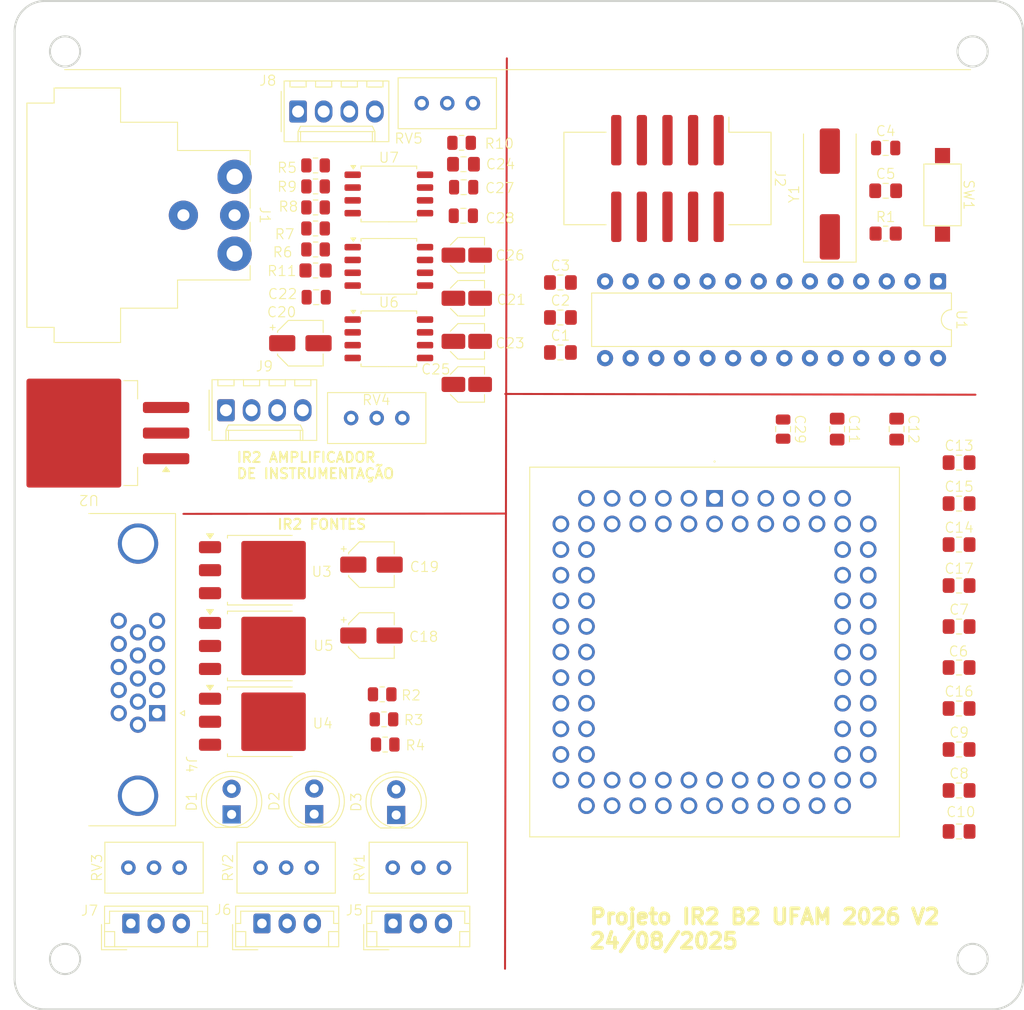
<source format=kicad_pcb>
(kicad_pcb (version 20241229) (generator "pcbnew") (generator_version "9.0")
  (title_block (title "IR2_B2_UFAM") (date "08/08/2025") (rev "V1") (company "UFAM-UFMG"))
  (layers (0 "F.Cu" signal) (2 "B.Cu" signal "B.Cu‏") (13 "F.Paste" user) (15 "B.Paste" user) (5 "F.SilkS" user "F.Silkscreen") (7 "B.SilkS" user "B.Silkscreen") (1 "F.Mask" user) (3 "B.Mask" user) (25 "Edge.Cuts" user))
  (net 0 "")
  (net 1 "Earth")
  (net 2 "/MODO E_RST E_RDR/3,3V")
  (net 3 "Net-(U6-CAP-)")
  (net 4 "Net-(U6-CAP+)")
  (net 5 "Net-(D1-A)")
  (net 6 "Net-(D2-A)")
  (net 7 "Net-(D3-A)")
  (net 8 "/MODO E_RST E_RDR/E_RDR")
  (net 9 "Net-(J3-RST)")
  (net 10 "-8,4V")
  (net 11 "/A0")
  (net 12 "/MODO E_RST E_RDR/E_RST")
  (net 13 "/A2")
  (net 14 "/Módulo Amplificador de Instrumentação/S+")
  (net 15 "/AC0")
  (net 16 "/A1")
  (net 17 "/Fontes/-8,4V")
  (net 18 "/Fontes/V+8,4V_IR2")
  (net 19 "/Fontes/V+8,4V_ATMEGA")
  (net 20 "/Fontes/V+8,4V_RST_RDR")
  (net 21 "/Módulo Amplificador de Instrumentação/VOUT")
  (net 22 "/Módulo Amplificador de Instrumentação/S-")
  (net 23 "Net-(R6-Pad1)")
  (net 24 "Net-(R7-Pad2)")
  (net 25 "Net-(R10-Pad1)")
  (net 26 "Net-(R10-Pad2)")
  (net 27 "/MODO E_RST E_RDR/V_LOAD")
  (net 32 "Net-(U1-XTAL2{slash}PB7)")
  (net 34 "/SCK")
  (net 35 "/Módulo Amplificador de Instrumentação/VIN")
  (net 36 "Net-(U1-XTAL1{slash}PB6)")
  (net 39 "2,5V")
  (net 40 "/MISO")
  (net 41 "Net-(U2-VO)")
  (net 44 "1,4V")
  (net 45 "3,3V")
  (net 46 "/RESET")
  (net 47 "Net-(U7--)")
  (net 48 "+8,4V")
  (net 49 "/RWS")
  (net 125 "/Fontes/+3,3V(IR2)")
  (net 126 "/AC1")
  (net 127 "/AC2")
  (net 128 "Net-(J3-RDR)")
  (net 130 "Net-(U7-+)")
  (net 133 "Net-(U8-2IN+)")
  (net 134 "Net-(U8-1IN+)")
  (net 135 "Net-(U7-Ref)")
  (net 136 "Net-(IC1-2IN+)")
  (net 137 "Net-(IC1-2IN-)")
  (net 138 "Net-(IC1-1IN+)")
  (footprint "Capacitor_SMD:C_0805_2012Metric_Pad1.18x1.45mm_HandSolder" (layer "F.Cu") (at 218.8425 105.662)
    (property "Reference" "C6" (at -0.0625 -1.6 0) (layer "F.SilkS") (effects (font (thickness 0.1))))
    (property "Value" "100nF")
    (pad "1" smd roundrect (at -1.0375 0) (size 1.175 1.45) (layers "F.Cu" "F.Mask" "F.Paste") (roundrect_rratio 0.212766) (net 125 "/Fontes/+3,3V(IR2)"))
    (pad "2" smd roundrect (at 1.0375 0) (size 1.175 1.45) (layers "F.Cu" "F.Mask" "F.Paste") (roundrect_rratio 0.212766) (net 1 "Earth"))
  )
  (footprint "Package_SO:SOIC-8_5.3x5.3mm_P1.27mm" (layer "F.Cu") (at 162.295 58.7)
    (property "Reference" "U7" (at 0 -3.6 0) (layer "F.SilkS") (effects (font (thickness 0.1))))
    (property "Value" "AD620")
    (pad "1" smd roundrect (at -3.5875 -1.905) (size 1.625 0.65) (layers "F.Cu" "F.Mask" "F.Paste") (net 25 "Net-(R10-Pad1)"))
    (pad "2" smd roundrect (at -3.5875 -0.635) (size 1.625 0.65) (layers "F.Cu" "F.Mask" "F.Paste") (net 47 "Net-(U7--)"))
    (pad "3" smd roundrect (at -3.5875 0.635) (size 1.625 0.65) (layers "F.Cu" "F.Mask" "F.Paste") (net 130 "Net-(U7-+)"))
    (pad "4" smd roundrect (at -3.5875 1.905) (size 1.625 0.65) (layers "F.Cu" "F.Mask" "F.Paste") (net 10 "-8,4V"))
    (pad "5" smd roundrect (at 3.5875 1.905) (size 1.625 0.65) (layers "F.Cu" "F.Mask" "F.Paste") (net 135 "Net-(U7-Ref)"))
    (pad "6" smd roundrect (at 3.5875 0.635) (size 1.625 0.65) (layers "F.Cu" "F.Mask" "F.Paste") (net 133 "Net-(U8-2IN+)"))
    (pad "7" smd roundrect (at 3.5875 -0.635) (size 1.625 0.65) (layers "F.Cu" "F.Mask" "F.Paste") (net 48 "+8,4V"))
    (pad "8" smd roundrect (at 3.5875 -1.905) (size 1.625 0.65) (layers "F.Cu" "F.Mask" "F.Paste") (net 26 "Net-(R10-Pad2)"))
  )
  (footprint "Capacitor_SMD:C_0805_2012Metric_Pad1.18x1.45mm_HandSolder" (layer "F.Cu") (at 218.8425 101.598)
    (property "Reference" "C7" (at 0 -1.68 0) (layer "F.SilkS") (effects (font (thickness 0.1))))
    (property "Value" "100nF")
    (pad "1" smd roundrect (at -1.0375 0) (size 1.175 1.45) (layers "F.Cu" "F.Mask" "F.Paste") (roundrect_rratio 0.212766) (net 125 "/Fontes/+3,3V(IR2)"))
    (pad "2" smd roundrect (at 1.0375 0) (size 1.175 1.45) (layers "F.Cu" "F.Mask" "F.Paste") (roundrect_rratio 0.212766) (net 1 "Earth"))
  )
  (footprint "Resistor_SMD:R_0805_2012Metric" (layer "F.Cu") (at 155.0275 57.953333)
    (property "Reference" "R9" (at -2.8275 0.033917 0) (layer "F.SilkS") (effects (font (thickness 0.1))))
    (property "Value" "1K")
    (pad "1" smd roundrect (at -0.9125 0) (size 1.025 1.4) (layers "F.Cu" "F.Mask" "F.Paste") (roundrect_rratio 0.243902) (net 130 "Net-(U7-+)"))
    (pad "2" smd roundrect (at 0.9125 0) (size 1.025 1.4) (layers "F.Cu" "F.Mask" "F.Paste") (roundrect_rratio 0.243902) (net 14 "/Módulo Amplificador de Instrumentação/S+"))
  )
  (footprint "Resistor_SMD:R_0805_2012Metric_Pad1.20x1.40mm_HandSolder" (layer "F.Cu") (at 155.0275 66.286667)
    (property "Reference" "R11" (at -3.3375 0.049583 0) (layer "F.SilkS") (effects (font (thickness 0.1))))
    (property "Value" "1K")
    (pad "1" smd roundrect (at -1 0) (size 1.2 1.4) (layers "F.Cu" "F.Mask" "F.Paste") (roundrect_rratio 0.208333) (net 133 "Net-(U8-2IN+)"))
    (pad "2" smd roundrect (at 1 0) (size 1.2 1.4) (layers "F.Cu" "F.Mask" "F.Paste") (roundrect_rratio 0.208333) (net 134 "Net-(U8-1IN+)"))
  )
  (footprint "Capacitor_SMD:C_0805_2012Metric" (layer "F.Cu") (at 201.39 82.02 -90)
    (property "Reference" "C29" (at 0 -1.68 270) (layer "F.SilkS") (effects (font (thickness 0.1))))
    (property "Value" "100nF")
    (pad "1" smd roundrect (at -0.95 0 270) (size 1 1.45) (layers "F.Cu" "F.Mask" "F.Paste") (net 1 "Earth"))
    (pad "2" smd roundrect (at 0.95 0 270) (size 1 1.45) (layers "F.Cu" "F.Mask" "F.Paste") (net 10 "-8,4V"))
  )
  (footprint "Capacitor_SMD:C_Elec_3x5.4" (layer "F.Cu") (at 170.02 77.59)
    (property "Reference" "C25" (at -3.07 -1.5 0) (layer "F.SilkS") (effects (font (thickness 0.1))))
    (property "Value" "10uF")
    (pad "1" smd roundrect (at -1.325 0) (size 2.35 1.5) (layers "F.Cu" "F.Mask" "F.Paste") (roundrect_rratio 0.166667) (net 3 "Net-(U6-CAP-)"))
    (pad "2" smd roundrect (at 1.325 0) (size 2.35 1.5) (layers "F.Cu" "F.Mask" "F.Paste") (roundrect_rratio 0.166667) (net 4 "Net-(U6-CAP+)"))
  )
  (footprint "Package_TO_SOT_SMD:TO-263-3_TabPin2" (layer "F.Cu") (at 132.555 82.415 180)
    (property "Reference" "U2" (at 0 -6.65 180) (layer "F.SilkS") (effects (font (thickness 0.1))))
    (property "Value" "AZ1084-5.0")
    (pad "1" smd roundrect (at -7.65 -2.54 180) (size 4.6 1.1) (layers "F.Cu" "F.Mask" "F.Paste") (roundrect_rratio 0.227273) (net 1 "Earth"))
    (pad "2" smd roundrect (at -7.65 0 180) (size 4.6 1.1) (layers "F.Cu" "F.Mask" "F.Paste") (roundrect_rratio 0.227273) (net 41 "Net-(U2-VO)"))
    (pad "2" smd roundrect (at 1.5 0 180) (size 9.4 10.8) (layers "F.Cu" "F.Mask") (roundrect_rratio 0.026596) (net 41 "Net-(U2-VO)"))
    (pad "3" smd roundrect (at -7.65 2.54 180) (size 4.6 1.1) (layers "F.Cu" "F.Mask" "F.Paste") (roundrect_rratio 0.227273) (net 18 "/Fontes/V+8,4V_IR2"))
  )
  (footprint "Capacitor_SMD:C_Elec_3x5.4" (layer "F.Cu") (at 170.02 64.77)
    (property "Reference" "C26" (at 4.29 0.02 0) (layer "F.SilkS") (effects (font (thickness 0.1))))
    (property "Value" "10uF")
    (pad "1" smd roundrect (at -1.325 0) (size 2.35 1.5) (layers "F.Cu" "F.Mask" "F.Paste") (roundrect_rratio 0.166667) (net 10 "-8,4V"))
    (pad "2" smd roundrect (at 1.325 0) (size 2.35 1.5) (layers "F.Cu" "F.Mask" "F.Paste") (roundrect_rratio 0.166667) (net 1 "Earth"))
  )
  (footprint "Capacitor_SMD:C_0805_2012Metric_Pad1.18x1.45mm_HandSolder" (layer "F.Cu") (at 218.8425 113.79)
    (property "Reference" "C9" (at 0 -1.68 0) (layer "F.SilkS") (effects (font (thickness 0.1))))
    (property "Value" "100nF")
    (pad "1" smd roundrect (at -1.0375 0) (size 1.175 1.45) (layers "F.Cu" "F.Mask" "F.Paste") (roundrect_rratio 0.212766) (net 49 "/RWS"))
    (pad "2" smd roundrect (at 1.0375 0) (size 1.175 1.45) (layers "F.Cu" "F.Mask" "F.Paste") (roundrect_rratio 0.212766) (net 1 "Earth"))
  )
  (footprint "Capacitor_SMD:C_0805_2012Metric" (layer "F.Cu") (at 169.71 58.03 180)
    (property "Reference" "C27" (at -3.58 -0.08 0) (layer "F.SilkS") (effects (font (thickness 0.1))))
    (property "Value" "100nF")
    (pad "1" smd roundrect (at -0.95 0 180) (size 1 1.45) (layers "F.Cu" "F.Mask" "F.Paste") (net 10 "-8,4V"))
    (pad "2" smd roundrect (at 0.95 0 180) (size 1 1.45) (layers "F.Cu" "F.Mask" "F.Paste") (net 1 "Earth"))
  )
  (footprint "Resistor_SMD:R_0805_2012Metric" (layer "F.Cu") (at 155.0275 64.203333)
    (property "Reference" "R6" (at -3.2675 0.275666 0) (layer "F.SilkS") (effects (font (thickness 0.1))))
    (property "Value" "1K")
    (pad "1" smd roundrect (at -0.9125 0) (size 1.025 1.4) (layers "F.Cu" "F.Mask" "F.Paste") (roundrect_rratio 0.243902) (net 23 "Net-(R6-Pad1)"))
    (pad "2" smd roundrect (at 0.9125 0) (size 1.025 1.4) (layers "F.Cu" "F.Mask" "F.Paste") (roundrect_rratio 0.243902) (net 48 "+8,4V"))
  )
  (footprint "Package_TO_SOT_SMD:TO-252-3_TabPin2" (layer "F.Cu") (at 149.6 111.04)
    (property "Reference" "U4" (at 6.135 0.17 0) (layer "F.SilkS") (effects (font (thickness 0.1))))
    (property "Value" "AZ1084-3.3")
    (pad "1" smd roundrect (at -5.04 -2.28) (size 2.2 1.2) (layers "F.Cu" "F.Mask" "F.Paste") (roundrect_rratio 0.208333) (net 1 "Earth"))
    (pad "2" smd roundrect (at -5.04 0) (size 2.2 1.2) (layers "F.Cu" "F.Mask" "F.Paste") (roundrect_rratio 0.208333) (net 2 "/MODO E_RST E_RDR/3,3V"))
    (pad "2" smd roundrect (at 1.26 0) (size 6.4 5.8) (layers "F.Cu" "F.Mask") (roundrect_rratio 0.043103) (net 2 "/MODO E_RST E_RDR/3,3V"))
    (pad "3" smd roundrect (at -5.04 2.28) (size 2.2 1.2) (layers "F.Cu" "F.Mask" "F.Paste") (roundrect_rratio 0.208333) (net 20 "/Fontes/V+8,4V_RST_RDR"))
  )
  (footprint "LED_THT:LED_D5.0mm" (layer "F.Cu") (at 146.7 120.23 90)
    (property "Reference" "D1" (at 1.27 -3.96 90) (layer "F.SilkS") (effects (font (thickness 0.1))))
    (property "Value" "LED")
    (pad "1" thru_hole rect (at 0 0 90) (size 1.8 1.8) (drill 0.9) (layers "*.Cu" "*.Mask") (net 1 "Earth"))
    (pad "2" thru_hole circle (at 2.54 0 90) (size 1.8 1.8) (drill 0.9) (layers "*.Cu" "*.Mask") (net 5 "Net-(D1-A)"))
  )
  (footprint "Capacitor_SMD:C_0805_2012Metric_Pad1.18x1.45mm_HandSolder" (layer "F.Cu") (at 218.8425 85.342)
    (property "Reference" "C13" (at 0 -1.68 0) (layer "F.SilkS") (effects (font (thickness 0.1))))
    (property "Value" "100nF")
    (pad "1" smd roundrect (at -1.0375 0) (size 1.175 1.45) (layers "F.Cu" "F.Mask" "F.Paste") (roundrect_rratio 0.212766) (net 13 "/A2"))
    (pad "2" smd roundrect (at 1.0375 0) (size 1.175 1.45) (layers "F.Cu" "F.Mask" "F.Paste") (roundrect_rratio 0.212766) (net 1 "Earth"))
  )
  (footprint "Capacitor_SMD:C_Elec_3x5.4" (layer "F.Cu") (at 170.02 69.043333)
    (property "Reference" "C21" (at 4.41 0.146667 0) (layer "F.SilkS") (effects (font (thickness 0.1))))
    (property "Value" "10uF")
    (pad "1" smd roundrect (at -1.325 0) (size 2.35 1.5) (layers "F.Cu" "F.Mask" "F.Paste") (roundrect_rratio 0.166667) (net 48 "+8,4V"))
    (pad "2" smd roundrect (at 1.325 0) (size 2.35 1.5) (layers "F.Cu" "F.Mask" "F.Paste") (roundrect_rratio 0.166667) (net 1 "Earth"))
  )
  (footprint "Capacitor_SMD:C_0805_2012Metric_Pad1.18x1.45mm_HandSolder" (layer "F.Cu") (at 169.6925 55.75)
    (property "Reference" "C24" (at 3.6775 0 0) (layer "F.SilkS") (effects (font (thickness 0.1))))
    (property "Value" "100nF")
    (pad "1" smd roundrect (at -1.0375 0) (size 1.175 1.45) (layers "F.Cu" "F.Mask" "F.Paste") (roundrect_rratio 0.212766) (net 48 "+8,4V"))
    (pad "2" smd roundrect (at 1.0375 0) (size 1.175 1.45) (layers "F.Cu" "F.Mask" "F.Paste") (roundrect_rratio 0.212766) (net 1 "Earth"))
  )
  (footprint "Capacitor_SMD:C_0805_2012Metric" (layer "F.Cu") (at 211.5625 54.14)
    (property "Reference" "C4" (at 0 -1.68 0) (layer "F.SilkS") (effects (font (thickness 0.1))))
    (property "Value" "22pF")
    (pad "1" smd roundrect (at -0.95 0) (size 1 1.45) (layers "F.Cu" "F.Mask" "F.Paste") (net 36 "Net-(U1-XTAL1{slash}PB6)"))
    (pad "2" smd roundrect (at 0.95 0) (size 1 1.45) (layers "F.Cu" "F.Mask" "F.Paste") (net 1 "Earth"))
  )
  (footprint "Button_Switch_SMD:SW_SPST_CK_RS282G05A3" (layer "F.Cu") (at 217.2 58.79 -90)
    (property "Reference" "SW1" (at 0 -2.6 270) (layer "F.SilkS") (effects (font (thickness 0.1))))
    (property "Value" "SW_SPST_CK_RS282G05A3")
    (pad "1" smd rect (at -3.9 0 270) (size 1.5 1.5) (layers "F.Cu" "F.Mask" "F.Paste") (net 46 "/RESET"))
    (pad "2" smd rect (at 3.9 0 270) (size 1.5 1.5) (layers "F.Cu" "F.Mask" "F.Paste") (net 46 "/RESET"))
  )
  (footprint "Connector_JST:JST_EH_B3B-EH-A_1x03_P2.50mm_Vertical" (layer "F.Cu") (at 162.71 131.04)
    (property "Reference" "J5" (at -3.84 -1.3 0) (layer "F.SilkS") (effects (font (thickness 0.1))))
    (property "Value" "Conn_01x03_Pin")
    (pad "1" thru_hole roundrect (at 0 0) (size 1.7 1.95) (drill 0.95) (layers "*.Cu" "*.Mask") (roundrect_rratio 0.147059) (net 2 "/MODO E_RST E_RDR/3,3V"))
    (pad "2" thru_hole oval (at 2.5 0) (size 1.7 1.95) (drill 0.95) (layers "*.Cu" "*.Mask") (net 1 "Earth"))
    (pad "3" thru_hole oval (at 5 0) (size 1.7 1.95) (drill 0.95) (layers "*.Cu" "*.Mask") (net 1 "Earth"))
  )
  (footprint "Capacitor_SMD:C_0805_2012Metric_Pad1.18x1.45mm_HandSolder" (layer "F.Cu") (at 218.8425 89.406)
    (property "Reference" "C15" (at 0 -1.68 0) (layer "F.SilkS") (effects (font (thickness 0.1))))
    (property "Value" "100nF")
    (pad "1" smd roundrect (at -1.0375 0) (size 1.175 1.45) (layers "F.Cu" "F.Mask" "F.Paste") (roundrect_rratio 0.212766) (net 126 "/AC1"))
    (pad "2" smd roundrect (at 1.0375 0) (size 1.175 1.45) (layers "F.Cu" "F.Mask" "F.Paste") (roundrect_rratio 0.212766) (net 1 "Earth"))
  )
  (footprint "Capacitor_SMD:C_0805_2012Metric_Pad1.18x1.45mm_HandSolder" (layer "F.Cu") (at 212.65 82.02 -90)
    (property "Reference" "C12" (at 0 -1.68 270) (layer "F.SilkS") (effects (font (thickness 0.1))))
    (property "Value" "100nF")
    (pad "1" smd roundrect (at -1.0375 0 270) (size 1.175 1.45) (layers "F.Cu" "F.Mask" "F.Paste") (roundrect_rratio 0.212766) (net 16 "/A1"))
    (pad "2" smd roundrect (at 1.0375 0 270) (size 1.175 1.45) (layers "F.Cu" "F.Mask" "F.Paste") (roundrect_rratio 0.212766) (net 1 "Earth"))
  )
  (footprint "Capacitor_SMD:C_0805_2012Metric_Pad1.18x1.45mm_HandSolder" (layer "F.Cu") (at 211.5625 58.385)
    (property "Reference" "C5" (at 0 -1.68 0) (layer "F.SilkS") (effects (font (thickness 0.1))))
    (property "Value" "22pF")
    (pad "1" smd roundrect (at -1.0375 0) (size 1.175 1.45) (layers "F.Cu" "F.Mask" "F.Paste") (roundrect_rratio 0.212766) (net 32 "Net-(U1-XTAL2{slash}PB7)"))
    (pad "2" smd roundrect (at 1.0375 0) (size 1.175 1.45) (layers "F.Cu" "F.Mask" "F.Paste") (roundrect_rratio 0.212766) (net 1 "Earth"))
  )
  (footprint "Capacitor_SMD:CP_Elec_4x5.8" (layer "F.Cu") (at 160.57 102.49)
    (property "Reference" "C18" (at 5.18 0.12 0) (layer "F.SilkS") (effects (font (thickness 0.1))))
    (property "Value" "22uF")
    (pad "1" smd roundrect (at -1.8 0) (size 2.6 1.6) (layers "F.Cu" "F.Mask" "F.Paste") (roundrect_rratio 0.15625) (net 125 "/Fontes/+3,3V(IR2)"))
    (pad "2" smd roundrect (at 1.8 0) (size 2.6 1.6) (layers "F.Cu" "F.Mask" "F.Paste") (roundrect_rratio 0.15625) (net 1 "Earth"))
  )
  (footprint "Capacitor_SMD:C_0805_2012Metric" (layer "F.Cu") (at 169.68 60.86)
    (property "Reference" "C28" (at 3.65 0.24 0) (layer "F.SilkS") (effects (font (thickness 0.1))))
    (property "Value" "100nF")
    (pad "1" smd roundrect (at -0.95 0) (size 1 1.45) (layers "F.Cu" "F.Mask" "F.Paste") (net 10 "-8,4V"))
    (pad "2" smd roundrect (at 0.95 0) (size 1 1.45) (layers "F.Cu" "F.Mask" "F.Paste") (net 48 "+8,4V"))
  )
  (footprint "Capacitor_SMD:C_0805_2012Metric_Pad1.18x1.45mm_HandSolder" (layer "F.Cu") (at 218.8425 93.47)
    (property "Reference" "C14" (at 0 -1.68 0) (layer "F.SilkS") (effects (font (thickness 0.1))))
    (property "Value" "100nF")
    (pad "1" smd roundrect (at -1.0375 0) (size 1.175 1.45) (layers "F.Cu" "F.Mask" "F.Paste") (roundrect_rratio 0.212766) (net 15 "/AC0"))
    (pad "2" smd roundrect (at 1.0375 0) (size 1.175 1.45) (layers "F.Cu" "F.Mask" "F.Paste") (roundrect_rratio 0.212766) (net 1 "Earth"))
  )
  (footprint "Resistor_SMD:R_0805_2012Metric_Pad1.20x1.40mm_HandSolder" (layer "F.Cu") (at 211.5625 62.63)
    (property "Reference" "R1" (at 0 -1.65 0) (layer "F.SilkS") (effects (font (thickness 0.1))))
    (property "Value" "10K")
    (pad "1" smd roundrect (at -1 0) (size 1.2 1.4) (layers "F.Cu" "F.Mask" "F.Paste") (roundrect_rratio 0.208333) (net 45 "3,3V"))
    (pad "2" smd roundrect (at 1 0) (size 1.2 1.4) (layers "F.Cu" "F.Mask" "F.Paste") (roundrect_rratio 0.208333) (net 46 "/RESET"))
  )
  (footprint "Connector_JST:JST_EH_B3B-EH-A_1x03_P2.50mm_Vertical" (layer "F.Cu") (at 136.71 131.04)
    (property "Reference" "J7" (at -4.1 -1.27 0) (layer "F.SilkS") (effects (font (thickness 0.1))))
    (property "Value" "Conn_01x03_Pin")
    (pad "1" thru_hole roundrect (at 0 0) (size 1.7 1.95) (drill 0.95) (layers "*.Cu" "*.Mask") (roundrect_rratio 0.147059) (net 2 "/MODO E_RST E_RDR/3,3V"))
    (pad "2" thru_hole oval (at 2.5 0) (size 1.7 1.95) (drill 0.95) (layers "*.Cu" "*.Mask") (net 8 "/MODO E_RST E_RDR/E_RDR"))
    (pad "3" thru_hole oval (at 5 0) (size 1.7 1.95) (drill 0.95) (layers "*.Cu" "*.Mask") (net 44 "1,4V"))
  )
  (footprint "Package_TO_SOT_SMD:TO-252-3_TabPin2" (layer "F.Cu") (at 149.6 103.525)
    (property "Reference" "U5" (at 6.215 -0.025 0) (layer "F.SilkS") (effects (font (thickness 0.1))))
    (property "Value" "AZ1084-3.3")
    (pad "1" smd roundrect (at -5.04 -2.28) (size 2.2 1.2) (layers "F.Cu" "F.Mask" "F.Paste") (roundrect_rratio 0.208333) (net 1 "Earth"))
    (pad "2" smd roundrect (at -5.04 0) (size 2.2 1.2) (layers "F.Cu" "F.Mask" "F.Paste") (roundrect_rratio 0.208333) (net 45 "3,3V"))
    (pad "2" smd roundrect (at 1.26 0) (size 6.4 5.8) (layers "F.Cu" "F.Mask") (roundrect_rratio 0.043103) (net 45 "3,3V"))
    (pad "3" smd roundrect (at -5.04 2.28) (size 2.2 1.2) (layers "F.Cu" "F.Mask" "F.Paste") (roundrect_rratio 0.208333) (net 19 "/Fontes/V+8,4V_ATMEGA"))
  )
  (footprint "Capacitor_SMD:C_0805_2012Metric_Pad1.18x1.45mm_HandSolder" (layer "F.Cu") (at 218.8425 109.726)
    (property "Reference" "C16" (at 0 -1.68 0) (layer "F.SilkS") (effects (font (thickness 0.1))))
    (property "Value" "100nF")
    (pad "1" smd roundrect (at -1.0375 0) (size 1.175 1.45) (layers "F.Cu" "F.Mask" "F.Paste") (roundrect_rratio 0.212766) (net 127 "/AC2"))
    (pad "2" smd roundrect (at 1.0375 0) (size 1.175 1.45) (layers "F.Cu" "F.Mask" "F.Paste") (roundrect_rratio 0.212766) (net 1 "Earth"))
  )
  (footprint "IR2_Library:IR2_UFAM_V0_PLCC84" (layer "F.Cu") (at 194.595 88.885)
    (property "Reference" "J3" (hide yes))
    (property "Value" "IR2_UFAM_V0_PLCC84" (hide yes))
    (pad "1" thru_hole rect (at 0 0) (size 1.65 1.65) (drill 1.1) (layers "*.Cu" "*.Mask") (net 125 "/Fontes/+3,3V(IR2)"))
    (pad "2" thru_hole circle (at 0 2.54) (size 1.65 1.65) (drill 1.1) (layers "*.Cu" "*.Mask"))
    (pad "3" thru_hole circle (at -2.54 0) (size 1.65 1.65) (drill 1.1) (layers "*.Cu" "*.Mask"))
    (pad "4" thru_hole circle (at -2.54 2.54) (size 1.65 1.65) (drill 1.1) (layers "*.Cu" "*.Mask"))
    (pad "5" thru_hole circle (at -5.08 0) (size 1.65 1.65) (drill 1.1) (layers "*.Cu" "*.Mask"))
    (pad "6" thru_hole circle (at -5.08 2.54) (size 1.65 1.65) (drill 1.1) (layers "*.Cu" "*.Mask"))
    (pad "7" thru_hole circle (at -7.62 0) (size 1.65 1.65) (drill 1.1) (layers "*.Cu" "*.Mask"))
    (pad "8" thru_hole circle (at -7.62 2.54) (size 1.65 1.65) (drill 1.1) (layers "*.Cu" "*.Mask"))
    (pad "9" thru_hole circle (at -10.16 0) (size 1.65 1.65) (drill 1.1) (layers "*.Cu" "*.Mask"))
    (pad "10" thru_hole circle (at -10.16 2.54) (size 1.65 1.65) (drill 1.1) (layers "*.Cu" "*.Mask"))
    (pad "11" thru_hole circle (at -12.7 0) (size 1.65 1.65) (drill 1.1) (layers "*.Cu" "*.Mask"))
    (pad "12" thru_hole circle (at -15.24 2.54) (size 1.65 1.65) (drill 1.1) (layers "*.Cu" "*.Mask"))
    (pad "13" thru_hole circle (at -12.7 2.54) (size 1.65 1.65) (drill 1.1) (layers "*.Cu" "*.Mask"))
    (pad "14" thru_hole circle (at -15.24 5.08) (size 1.65 1.65) (drill 1.1) (layers "*.Cu" "*.Mask"))
    (pad "15" thru_hole circle (at -12.7 5.08) (size 1.65 1.65) (drill 1.1) (layers "*.Cu" "*.Mask"))
    (pad "16" thru_hole circle (at -15.24 7.62) (size 1.65 1.65) (drill 1.1) (layers "*.Cu" "*.Mask") (net 27 "/MODO E_RST E_RDR/V_LOAD"))
    (pad "17" thru_hole circle (at -12.7 7.62) (size 1.65 1.65) (drill 1.1) (layers "*.Cu" "*.Mask"))
    (pad "18" thru_hole circle (at -15.24 10.16) (size 1.65 1.65) (drill 1.1) (layers "*.Cu" "*.Mask"))
    (pad "19" thru_hole circle (at -12.7 10.16) (size 1.65 1.65) (drill 1.1) (layers "*.Cu" "*.Mask"))
    (pad "20" thru_hole circle (at -15.24 12.7) (size 1.65 1.65) (drill 1.1) (layers "*.Cu" "*.Mask"))
    (pad "21" thru_hole circle (at -12.7 12.7) (size 1.65 1.65) (drill 1.1) (layers "*.Cu" "*.Mask"))
    (pad "22" thru_hole circle (at -15.24 15.24) (size 1.65 1.65) (drill 1.1) (layers "*.Cu" "*.Mask"))
    (pad "23" thru_hole circle (at -12.7 15.24) (size 1.65 1.65) (drill 1.1) (layers "*.Cu" "*.Mask") (net 12 "/MODO E_RST E_RDR/E_RST"))
    (pad "24" thru_hole circle (at -15.24 17.78) (size 1.65 1.65) (drill 1.1) (layers "*.Cu" "*.Mask"))
    (pad "25" thru_hole circle (at -12.7 17.78) (size 1.65 1.65) (drill 1.1) (layers "*.Cu" "*.Mask"))
    (pad "26" thru_hole circle (at -15.24 20.32) (size 1.65 1.65) (drill 1.1) (layers "*.Cu" "*.Mask"))
    (pad "27" thru_hole circle (at -12.7 20.32) (size 1.65 1.65) (drill 1.1) (layers "*.Cu" "*.Mask"))
    (pad "28" thru_hole circle (at -15.24 22.86) (size 1.65 1.65) (drill 1.1) (layers "*.Cu" "*.Mask"))
    (pad "29" thru_hole circle (at -12.7 22.86) (size 1.65 1.65) (drill 1.1) (layers "*.Cu" "*.Mask"))
    (pad "30" thru_hole circle (at -15.24 25.4) (size 1.65 1.65) (drill 1.1) (layers "*.Cu" "*.Mask"))
    (pad "31" thru_hole circle (at -12.7 25.4) (size 1.65 1.65) (drill 1.1) (layers "*.Cu" "*.Mask"))
    (pad "32" thru_hole circle (at -15.24 27.94) (size 1.65 1.65) (drill 1.1) (layers "*.Cu" "*.Mask"))
    (pad "33" thru_hole circle (at -12.7 30.48) (size 1.65 1.65) (drill 1.1) (layers "*.Cu" "*.Mask"))
    (pad "34" thru_hole circle (at -12.7 27.94) (size 1.65 1.65) (drill 1.1) (layers "*.Cu" "*.Mask"))
    (pad "35" thru_hole circle (at -10.16 30.48) (size 1.65 1.65) (drill 1.1) (layers "*.Cu" "*.Mask"))
    (pad "36" thru_hole circle (at -10.16 27.94) (size 1.65 1.65) (drill 1.1) (layers "*.Cu" "*.Mask"))
    (pad "37" thru_hole circle (at -7.62 30.48) (size 1.65 1.65) (drill 1.1) (layers "*.Cu" "*.Mask"))
    (pad "38" thru_hole circle (at -7.62 27.94) (size 1.65 1.65) (drill 1.1) (layers "*.Cu" "*.Mask") (net 8 "/MODO E_RST E_RDR/E_RDR"))
    (pad "39" thru_hole circle (at -5.08 30.48) (size 1.65 1.65) (drill 1.1) (layers "*.Cu" "*.Mask") (net 1 "Earth"))
    (pad "40" thru_hole circle (at -5.08 27.94) (size 1.65 1.65) (drill 1.1) (layers "*.Cu" "*.Mask") (net 22 "/Módulo Amplificador de Instrumentação/S-"))
    (pad "41" thru_hole circle (at -2.54 30.48) (size 1.65 1.65) (drill 1.1) (layers "*.Cu" "*.Mask"))
    (pad "42" thru_hole circle (at -2.54 27.94) (size 1.65 1.65) (drill 1.1) (layers "*.Cu" "*.Mask"))
    (pad "43" thru_hole circle (at 0 30.48) (size 1.65 1.65) (drill 1.1) (layers "*.Cu" "*.Mask"))
    (pad "44" thru_hole circle (at 0 27.94) (size 1.65 1.65) (drill 1.1) (layers "*.Cu" "*.Mask"))
    (pad "45" thru_hole circle (at 2.54 30.48) (size 1.65 1.65) (drill 1.1) (layers "*.Cu" "*.Mask"))
    (pad "46" thru_hole circle (at 2.54 27.94) (size 1.65 1.65) (drill 1.1) (layers "*.Cu" "*.Mask"))
    (pad "47" thru_hole circle (at 5.08 30.48) (size 1.65 1.65) (drill 1.1) (layers "*.Cu" "*.Mask"))
    (pad "48" thru_hole circle (at 5.08 27.94) (size 1.65 1.65) (drill 1.1) (layers "*.Cu" "*.Mask"))
    (pad "49" thru_hole circle (at 7.62 30.48) (size 1.65 1.65) (drill 1.1) (layers "*.Cu" "*.Mask"))
    (pad "50" thru_hole circle (at 7.62 27.94) (size 1.65 1.65) (drill 1.1) (layers "*.Cu" "*.Mask"))
    (pad "51" thru_hole circle (at 10.16 30.48) (size 1.65 1.65) (drill 1.1) (layers "*.Cu" "*.Mask") (net 9 "Net-(J3-RST)"))
    (pad "52" thru_hole circle (at 10.16 27.94) (size 1.65 1.65) (drill 1.1) (layers "*.Cu" "*.Mask"))
    (pad "53" thru_hole circle (at 12.7 30.48) (size 1.65 1.65) (drill 1.1) (layers "*.Cu" "*.Mask"))
    (pad "54" thru_hole circle (at 15.24 27.94) (size 1.65 1.65) (drill 1.1) (layers "*.Cu" "*.Mask") (net 49 "/RWS"))
    (pad "55" thru_hole circle (at 12.7 27.94) (size 1.65 1.65) (drill 1.1) (layers "*.Cu" "*.Mask") (net 128 "Net-(J3-RDR)"))
    (pad "56" thru_hole circle (at 15.24 25.4) (size 1.65 1.65) (drill 1.1) (layers "*.Cu" "*.Mask") (net 1 "Earth"))
    (pad "57" thru_hole circle (at 12.7 25.4) (size 1.65 1.65) (drill 1.1) (layers "*.Cu" "*.Mask"))
    (pad "58" thru_hole circle (at 15.24 22.86) (size 1.65 1.65) (drill 1.1) (layers "*.Cu" "*.Mask"))
    (pad "59" thru_hole circle (at 12.7 22.86) (size 1.65 1.65) (drill 1.1) (layers "*.Cu" "*.Mask"))
    (pad "60" thru_hole circle (at 15.24 20.32) (size 1.65 1.65) (drill 1.1) (layers "*.Cu" "*.Mask"))
    (pad "61" thru_hole circle (at 12.7 20.32) (size 1.65 1.65) (drill 1.1) (layers "*.Cu" "*.Mask"))
    (pad "62" thru_hole circle (at 15.24 17.78) (size 1.65 1.65) (drill 1.1) (layers "*.Cu" "*.Mask"))
    (pad "63" thru_hole circle (at 12.7 17.78) (size 1.65 1.65) (drill 1.1) (layers "*.Cu" "*.Mask"))
    (pad "64" thru_hole circle (at 15.24 15.24) (size 1.65 1.65) (drill 1.1) (layers "*.Cu" "*.Mask"))
    (pad "65" thru_hole circle (at 12.7 15.24) (size 1.65 1.65) (drill 1.1) (layers "*.Cu" "*.Mask"))
    (pad "66" thru_hole circle (at 15.24 12.7) (size 1.65 1.65) (drill 1.1) (layers "*.Cu" "*.Mask") (net 125 "/Fontes/+3,3V(IR2)"))
    (pad "67" thru_hole circle (at 12.7 12.7) (size 1.65 1.65) (drill 1.1) (layers "*.Cu" "*.Mask") (net 127 "/AC2"))
    (pad "68" thru_hole circle (at 15.24 10.16) (size 1.65 1.65) (drill 1.1) (layers "*.Cu" "*.Mask") (net 126 "/AC1"))
    (pad "69" thru_hole circle (at 12.7 10.16) (size 1.65 1.65) (drill 1.1) (layers "*.Cu" "*.Mask") (net 15 "/AC0"))
    (pad "70" thru_hole circle (at 15.24 7.62) (size 1.65 1.65) (drill 1.1) (layers "*.Cu" "*.Mask") (net 13 "/A2"))
    (pad "71" thru_hole circle (at 12.7 7.62) (size 1.65 1.65) (drill 1.1) (layers "*.Cu" "*.Mask") (net 16 "/A1"))
    (pad "72" thru_hole circle (at 15.24 5.08) (size 1.65 1.65) (drill 1.1) (layers "*.Cu" "*.Mask") (net 11 "/A0"))
    (pad "73" thru_hole circle (at 12.7 5.08) (size 1.65 1.65) (drill 1.1) (layers "*.Cu" "*.Mask"))
    (pad "74" thru_hole circle (at 15.24 2.54) (size 1.65 1.65) (drill 1.1) (layers "*.Cu" "*.Mask") (net 125 "/Fontes/+3,3V(IR2)"))
    (pad "75" thru_hole circle (at 12.7 0) (size 1.65 1.65) (drill 1.1) (layers "*.Cu" "*.Mask"))
    (pad "76" thru_hole circle (at 12.7 2.54) (size 1.65 1.65) (drill 1.1) (layers "*.Cu" "*.Mask"))
    (pad "77" thru_hole circle (at 10.16 0) (size 1.65 1.65) (drill 1.1) (layers "*.Cu" "*.Mask"))
    (pad "78" thru_hole circle (at 10.16 2.54) (size 1.65 1.65) (drill 1.1) (layers "*.Cu" "*.Mask"))
    (pad "79" thru_hole circle (at 7.62 0) (size 1.65 1.65) (drill 1.1) (layers "*.Cu" "*.Mask"))
    (pad "80" thru_hole circle (at 7.62 2.54) (size 1.65 1.65) (drill 1.1) (layers "*.Cu" "*.Mask"))
    (pad "81" thru_hole circle (at 5.08 0) (size 1.65 1.65) (drill 1.1) (layers "*.Cu" "*.Mask"))
    (pad "82" thru_hole circle (at 5.08 2.54) (size 1.65 1.65) (drill 1.1) (layers "*.Cu" "*.Mask"))
    (pad "83" thru_hole circle (at 2.54 0) (size 1.65 1.65) (drill 1.1) (layers "*.Cu" "*.Mask"))
    (pad "84" thru_hole circle (at 2.54 2.54) (size 1.65 1.65) (drill 1.1) (layers "*.Cu" "*.Mask"))
  )
  (footprint "Connector_JST:JST_EH_B3B-EH-A_1x03_P2.50mm_Vertical" (layer "F.Cu") (at 149.71 131.04)
    (property "Reference" "J6" (at -3.87 -1.35 0) (layer "F.SilkS") (effects (font (thickness 0.1))))
    (property "Value" "Conn_01x03_Pin")
    (pad "1" thru_hole roundrect (at 0 0) (size 1.7 1.95) (drill 0.95) (layers "*.Cu" "*.Mask") (roundrect_rratio 0.147059) (net 1 "Earth"))
    (pad "2" thru_hole oval (at 2.5 0) (size 1.7 1.95) (drill 0.95) (layers "*.Cu" "*.Mask") (net 12 "/MODO E_RST E_RDR/E_RST"))
    (pad "3" thru_hole oval (at 5 0) (size 1.7 1.95) (drill 0.95) (layers "*.Cu" "*.Mask") (net 39 "2,5V"))
  )
  (footprint "Potentiometer_THT:Potentiometer_Bourns_3296W_Vertical" (layer "F.Cu") (at 141.545 125.51)
    (property "Reference" "RV3" (at -8.195 0.005 90) (layer "F.SilkS") (effects (font (thickness 0.1))))
    (property "Value" "10K")
    (pad "1" thru_hole circle (at 0 0) (size 1.44 1.44) (drill 0.8) (layers "*.Cu" "*.Mask") (net 2 "/MODO E_RST E_RDR/3,3V"))
    (pad "2" thru_hole circle (at -2.54 0) (size 1.44 1.44) (drill 0.8) (layers "*.Cu" "*.Mask") (net 27 "/MODO E_RST E_RDR/V_LOAD"))
    (pad "3" thru_hole circle (at -5.08 0) (size 1.44 1.44) (drill 0.8) (layers "*.Cu" "*.Mask") (net 1 "Earth"))
  )
  (footprint "Connector_Dsub:DSUB-15-HD_Socket_Horizontal_P2.29x1.90mm_EdgePinOffset3.03mm_Housed_MountingHolesOffset4.94mm" (layer "F.Cu") (at 139.31 110.19 -90)
    (property "Reference" "J4" (at 5.07 -3.37 270) (layer "F.SilkS") (effects (font (thickness 0.1))))
    (property "Value" "DE15_Socket_HighDensity_MountingHoles")
    (pad "0" thru_hole circle (at -16.815 1.89 270) (size 4 4) (drill 3.2) (layers "*.Cu" "*.Mask") (net 1 "Earth"))
    (pad "0" thru_hole circle (at 8.185 1.89 270) (size 4 4) (drill 3.2) (layers "*.Cu" "*.Mask") (net 1 "Earth"))
    (pad "1" thru_hole rect (at 0 0 270) (size 1.6 1.6) (drill 1) (layers "*.Cu" "*.Mask"))
    (pad "2" thru_hole circle (at -2.29 0 270) (size 1.6 1.6) (drill 1) (layers "*.Cu" "*.Mask"))
    (pad "3" thru_hole circle (at -4.58 0 270) (size 1.6 1.6) (drill 1) (layers "*.Cu" "*.Mask"))
    (pad "4" thru_hole circle (at -6.87 0 270) (size 1.6 1.6) (drill 1) (layers "*.Cu" "*.Mask"))
    (pad "5" thru_hole circle (at -9.16 0 270) (size 1.6 1.6) (drill 1) (layers "*.Cu" "*.Mask") (net 19 "/Fontes/V+8,4V_ATMEGA"))
    (pad "6" thru_hole circle (at 1.145 1.9 270) (size 1.6 1.6) (drill 1) (layers "*.Cu" "*.Mask"))
    (pad "7" thru_hole circle (at -1.145 1.9 270) (size 1.6 1.6) (drill 1) (layers "*.Cu" "*.Mask"))
    (pad "8" thru_hole circle (at -3.435 1.9 270) (size 1.6 1.6) (drill 1) (layers "*.Cu" "*.Mask"))
    (pad "9" thru_hole circle (at -5.725 1.9 270) (size 1.6 1.6) (drill 1) (layers "*.Cu" "*.Mask"))
    (pad "10" thru_hole circle (at -8.015 1.9 270) (size 1.6 1.6) (drill 1) (layers "*.Cu" "*.Mask"))
    (pad "11" thru_hole circle (at 0 3.8 270) (size 1.6 1.6) (drill 1) (layers "*.Cu" "*.Mask") (net 35 "/Módulo Amplificador de Instrumentação/VIN"))
    (pad "12" thru_hole circle (at -2.29 3.8 270) (size 1.6 1.6) (drill 1) (layers "*.Cu" "*.Mask") (net 1 "Earth"))
    (pad "13" thru_hole circle (at -4.58 3.8 270) (size 1.6 1.6) (drill 1) (layers "*.Cu" "*.Mask") (net 17 "/Fontes/-8,4V"))
    (pad "14" thru_hole circle (at -6.87 3.8 270) (size 1.6 1.6) (drill 1) (layers "*.Cu" "*.Mask") (net 18 "/Fontes/V+8,4V_IR2"))
    (pad "15" thru_hole circle (at -9.16 3.8 270) (size 1.6 1.6) (drill 1) (layers "*.Cu" "*.Mask") (net 20 "/Fontes/V+8,4V_RST_RDR"))
  )
  (footprint "Connector_IDC:IDC-Header_2x05_P2.54mm_Vertical_SMD" (layer "F.Cu") (at 189.925 57.165 -90)
    (property "Reference" "J2" (at 0 -11.16 270) (layer "F.SilkS") (effects (font (thickness 0.1))))
    (property "Value" "USBAsp")
    (pad "1" smd roundrect (at -3.8 -5.08 270) (size 5 1.02) (layers "F.Cu" "F.Mask" "F.Paste") (roundrect_rratio 0.245098) (net 49 "/RWS"))
    (pad "2" smd roundrect (at 3.8 -5.08 270) (size 5 1.02) (layers "F.Cu" "F.Mask" "F.Paste") (roundrect_rratio 0.245098) (net 45 "3,3V"))
    (pad "3" smd roundrect (at -3.8 -2.54 270) (size 5 1.02) (layers "F.Cu" "F.Mask" "F.Paste") (roundrect_rratio 0.245098))
    (pad "4" smd roundrect (at 3.8 -2.54 270) (size 5 1.02) (layers "F.Cu" "F.Mask" "F.Paste") (roundrect_rratio 0.245098) (net 1 "Earth"))
    (pad "5" smd roundrect (at -3.8 0 270) (size 5 1.02) (layers "F.Cu" "F.Mask" "F.Paste") (roundrect_rratio 0.245098) (net 46 "/RESET"))
    (pad "6" smd roundrect (at 3.8 0 270) (size 5 1.02) (layers "F.Cu" "F.Mask" "F.Paste") (roundrect_rratio 0.245098) (net 1 "Earth"))
    (pad "7" smd roundrect (at -3.8 2.54 270) (size 5 1.02) (layers "F.Cu" "F.Mask" "F.Paste") (roundrect_rratio 0.245098) (net 34 "/SCK"))
    (pad "8" smd roundrect (at 3.8 2.54 270) (size 5 1.02) (layers "F.Cu" "F.Mask" "F.Paste") (roundrect_rratio 0.245098) (net 1 "Earth"))
    (pad "9" smd roundrect (at -3.8 5.08 270) (size 5 1.02) (layers "F.Cu" "F.Mask" "F.Paste") (roundrect_rratio 0.245098) (net 40 "/MISO"))
    (pad "10" smd roundrect (at 3.8 5.08 270) (size 5 1.02) (layers "F.Cu" "F.Mask" "F.Paste") (roundrect_rratio 0.245098) (net 1 "Earth"))
  )
  (footprint "Resistor_SMD:R_0805_2012Metric" (layer "F.Cu") (at 161.93 113.3)
    (property "Reference" "R4" (at 2.99 0.08 0) (layer "F.SilkS") (effects (font (thickness 0.1))))
    (property "Value" "220R")
    (pad "1" smd roundrect (at -0.9125 0) (size 1.025 1.4) (layers "F.Cu" "F.Mask" "F.Paste") (roundrect_rratio 0.243902) (net 45 "3,3V"))
    (pad "2" smd roundrect (at 0.9125 0) (size 1.025 1.4) (layers "F.Cu" "F.Mask" "F.Paste") (roundrect_rratio 0.243902) (net 7 "Net-(D3-A)"))
  )
  (footprint "Connector_Molex:Molex_KK-254_AE-6410-04A_1x04_P2.54mm_Vertical" (layer "F.Cu") (at 153.29 50.52465)
    (property "Reference" "J8" (at -3 -3.06465 0) (layer "F.SilkS") (effects (font (thickness 0.1))))
    (property "Value" "Entrada")
    (pad "1" thru_hole roundrect (at 0 0) (size 1.74 2.19) (drill 1.19) (layers "*.Cu" "*.Mask") (roundrect_rratio 0.143678) (net 35 "/Módulo Amplificador de Instrumentação/VIN"))
    (pad "2" thru_hole oval (at 2.54 0) (size 1.74 2.19) (drill 1.19) (layers "*.Cu" "*.Mask") (net 1 "Earth"))
    (pad "3" thru_hole oval (at 5.08 0) (size 1.74 2.19) (drill 1.19) (layers "*.Cu" "*.Mask") (net 22 "/Módulo Amplificador de Instrumentação/S-"))
    (pad "4" thru_hole oval (at 7.62 0) (size 1.74 2.19) (drill 1.19) (layers "*.Cu" "*.Mask") (net 14 "/Módulo Amplificador de Instrumentação/S+"))
  )
  (footprint "Capacitor_SMD:C_0805_2012Metric_Pad1.18x1.45mm_HandSolder" (layer "F.Cu") (at 206.75 82.02 -90)
    (property "Reference" "C11" (at 0 -1.68 270) (layer "F.SilkS") (effects (font (thickness 0.1))))
    (property "Value" "100nF")
    (pad "1" smd roundrect (at -1.0375 0 270) (size 1.175 1.45) (layers "F.Cu" "F.Mask" "F.Paste") (roundrect_rratio 0.212766) (net 11 "/A0"))
    (pad "2" smd roundrect (at 1.0375 0 270) (size 1.175 1.45) (layers "F.Cu" "F.Mask" "F.Paste") (roundrect_rratio 0.212766) (net 1 "Earth"))
  )
  (footprint "Capacitor_SMD:C_0805_2012Metric" (layer "F.Cu") (at 155.09 68.94)
    (property "Reference" "C22" (at -3.34 -0.32 0) (layer "F.SilkS") (effects (font (thickness 0.1))))
    (property "Value" "100nF")
    (pad "1" smd roundrect (at -0.95 0) (size 1 1.45) (layers "F.Cu" "F.Mask" "F.Paste") (net 48 "+8,4V"))
    (pad "2" smd roundrect (at 0.95 0) (size 1 1.45) (layers "F.Cu" "F.Mask" "F.Paste") (net 1 "Earth"))
  )
  (footprint "LED_THT:LED_D5.0mm" (layer "F.Cu") (at 163.02 120.285 90)
    (property "Reference" "D3" (at 1.27 -3.96 90) (layer "F.SilkS") (effects (font (thickness 0.1))))
    (property "Value" "LED")
    (pad "1" thru_hole rect (at 0 0 90) (size 1.8 1.8) (drill 0.9) (layers "*.Cu" "*.Mask") (net 1 "Earth"))
    (pad "2" thru_hole circle (at 2.54 0 90) (size 1.8 1.8) (drill 0.9) (layers "*.Cu" "*.Mask") (net 7 "Net-(D3-A)"))
  )
  (footprint "Package_DIP:DIP-28_W7.62mm" (layer "F.Cu") (at 216.755 67.365 -90)
    (property "Reference" "U1" (at 3.81 -2.33 270) (layer "F.SilkS") (effects (font (thickness 0.1))))
    (property "Value" "ATmega328-P")
    (pad "1" thru_hole roundrect (at 0 0 270) (size 1.6 1.6) (drill 0.8) (layers "*.Cu" "*.Mask") (roundrect_rratio 0.15625) (net 46 "/RESET"))
    (pad "2" thru_hole circle (at 0 2.54 270) (size 1.6 1.6) (drill 0.8) (layers "*.Cu" "*.Mask"))
    (pad "3" thru_hole circle (at 0 5.08 270) (size 1.6 1.6) (drill 0.8) (layers "*.Cu" "*.Mask"))
    (pad "4" thru_hole circle (at 0 7.62 270) (size 1.6 1.6) (drill 0.8) (layers "*.Cu" "*.Mask") (net 11 "/A0"))
    (pad "5" thru_hole circle (at 0 10.16 270) (size 1.6 1.6) (drill 0.8) (layers "*.Cu" "*.Mask") (net 16 "/A1"))
    (pad "6" thru_hole circle (at 0 12.7 270) (size 1.6 1.6) (drill 0.8) (layers "*.Cu" "*.Mask") (net 13 "/A2"))
    (pad "7" thru_hole circle (at 0 15.24 270) (size 1.6 1.6) (drill 0.8) (layers "*.Cu" "*.Mask") (net 45 "3,3V"))
    (pad "8" thru_hole circle (at 0 17.78 270) (size 1.6 1.6) (drill 0.8) (layers "*.Cu" "*.Mask") (net 1 "Earth"))
    (pad "9" thru_hole circle (at 0 20.32 270) (size 1.6 1.6) (drill 0.8) (layers "*.Cu" "*.Mask") (net 36 "Net-(U1-XTAL1{slash}PB6)"))
    (pad "10" thru_hole circle (at 0 22.86 270) (size 1.6 1.6) (drill 0.8) (layers "*.Cu" "*.Mask") (net 32 "Net-(U1-XTAL2{slash}PB7)"))
    (pad "11" thru_hole circle (at 0 25.4 270) (size 1.6 1.6) (drill 0.8) (layers "*.Cu" "*.Mask") (net 15 "/AC0"))
    (pad "12" thru_hole circle (at 0 27.94 270) (size 1.6 1.6) (drill 0.8) (layers "*.Cu" "*.Mask") (net 126 "/AC1"))
    (pad "13" thru_hole circle (at 0 30.48 270) (size 1.6 1.6) (drill 0.8) (layers "*.Cu" "*.Mask") (net 127 "/AC2"))
    (pad "14" thru_hole circle (at 0 33.02 270) (size 1.6 1.6) (drill 0.8) (layers "*.Cu" "*.Mask"))
    (pad "15" thru_hole circle (at 7.62 33.02 270) (size 1.6 1.6) (drill 0.8) (layers "*.Cu" "*.Mask") (net 9 "Net-(J3-RST)"))
    (pad "16" thru_hole circle (at 7.62 30.48 270) (size 1.6 1.6) (drill 0.8) (layers "*.Cu" "*.Mask") (net 128 "Net-(J3-RDR)"))
    (pad "17" thru_hole circle (at 7.62 27.94 270) (size 1.6 1.6) (drill 0.8) (layers "*.Cu" "*.Mask") (net 49 "/RWS"))
    (pad "18" thru_hole circle (at 7.62 25.4 270) (size 1.6 1.6) (drill 0.8) (layers "*.Cu" "*.Mask") (net 40 "/MISO"))
    (pad "19" thru_hole circle (at 7.62 22.86 270) (size 1.6 1.6) (drill 0.8) (layers "*.Cu" "*.Mask") (net 34 "/SCK"))
    (pad "20" thru_hole circle (at 7.62 20.32 270) (size 1.6 1.6) (drill 0.8) (layers "*.Cu" "*.Mask") (net 45 "3,3V"))
    (pad "21" thru_hole circle (at 7.62 17.78 270) (size 1.6 1.6) (drill 0.8) (layers "*.Cu" "*.Mask") (net 45 "3,3V"))
    (pad "22" thru_hole circle (at 7.62 15.24 270) (size 1.6 1.6) (drill 0.8) (layers "*.Cu" "*.Mask") (net 1 "Earth"))
    (pad "23" thru_hole circle (at 7.62 12.7 270) (size 1.6 1.6) (drill 0.8) (layers "*.Cu" "*.Mask") (net 21 "/Módulo Amplificador de Instrumentação/VOUT"))
    (pad "24" thru_hole circle (at 7.62 10.16 270) (size 1.6 1.6) (drill 0.8) (layers "*.Cu" "*.Mask"))
    (pad "25" thru_hole circle (at 7.62 7.62 270) (size 1.6 1.6) (drill 0.8) (layers "*.Cu" "*.Mask"))
    (pad "26" thru_hole circle (at 7.62 5.08 270) (size 1.6 1.6) (drill 0.8) (layers "*.Cu" "*.Mask"))
    (pad "27" thru_hole circle (at 7.62 2.54 270) (size 1.6 1.6) (drill 0.8) (layers "*.Cu" "*.Mask"))
    (pad "28" thru_hole circle (at 7.62 0 270) (size 1.6 1.6) (drill 0.8) (layers "*.Cu" "*.Mask"))
  )
  (footprint "Capacitor_SMD:C_0805_2012Metric_Pad1.18x1.45mm_HandSolder" (layer "F.Cu") (at 218.8425 121.918)
    (property "Reference" "C10" (at 0.1775 -1.93 0) (layer "F.SilkS") (effects (font (thickness 0.1))))
    (property "Value" "100nF")
    (pad "1" smd roundrect (at -1.0375 0) (size 1.175 1.45) (layers "F.Cu" "F.Mask" "F.Paste") (roundrect_rratio 0.212766) (net 9 "Net-(J3-RST)"))
    (pad "2" smd roundrect (at 1.0375 0) (size 1.175 1.45) (layers "F.Cu" "F.Mask" "F.Paste") (roundrect_rratio 0.212766) (net 1 "Earth"))
  )
  (footprint "Connector_Audio:Jack_XLR_Neutrik_NC3MBH-B_Horizontal" (layer "F.Cu") (at 147 57 -90)
    (property "Reference" "J1" (at 3.81 -3 270) (layer "F.SilkS") (effects (font (thickness 0.1))))
    (property "Value" "NC3MBH-B")
    (pad "" np_thru_hole circle (at 0 8.89 270) (size 1.6 1.6) (drill 1.6) (layers "*.Cu" "*.Mask"))
    (pad "" np_thru_hole circle (at 7.62 13.97 270) (size 1.6 1.6) (drill 1.6) (layers "*.Cu" "*.Mask"))
    (pad "1" thru_hole circle (at 0 0 270) (size 3.4 3.4) (drill 1.6) (layers "*.Cu" "*.Mask") (net 14 "/Módulo Amplificador de Instrumentação/S+"))
    (pad "2" thru_hole circle (at 7.62 0 270) (size 3.4 3.4) (drill 1.6) (layers "*.Cu" "*.Mask") (net 1 "Earth"))
    (pad "3" thru_hole circle (at 3.81 0 270) (size 2.9 2.9) (drill 1.2) (layers "*.Cu" "*.Mask") (net 1 "Earth"))
    (pad "G" thru_hole circle (at 3.81 5.08 270) (size 2.9 2.9) (drill 1.2) (layers "*.Cu" "*.Mask") (net 1 "Earth"))
  )
  (footprint "Potentiometer_THT:Potentiometer_Bourns_3296W_Vertical" (layer "F.Cu") (at 170.63 49.7)
    (property "Reference" "RV5" (at -6.38 3.5 0) (layer "F.SilkS") (effects (font (thickness 0.1))))
    (property "Value" "100K")
    (pad "1" thru_hole circle (at 0 0) (size 1.44 1.44) (drill 0.8) (layers "*.Cu" "*.Mask") (net 25 "Net-(R10-Pad1)"))
    (pad "2" thru_hole circle (at -2.54 0) (size 1.44 1.44) (drill 0.8) (layers "*.Cu" "*.Mask") (net 25 "Net-(R10-Pad1)"))
    (pad "3" thru_hole circle (at -5.08 0) (size 1.44 1.44) (drill 0.8) (layers "*.Cu" "*.Mask") (net 26 "Net-(R10-Pad2)"))
  )
  (footprint "Capacitor_SMD:CP_Elec_4x5.8" (layer "F.Cu") (at 160.57 95.46)
    (property "Reference" "C19" (at 5.25 0.22 0) (layer "F.SilkS") (effects (font (thickness 0.1))))
    (property "Value" "22uF")
    (pad "1" smd roundrect (at -1.8 0) (size 2.6 1.6) (layers "F.Cu" "F.Mask" "F.Paste") (roundrect_rratio 0.15625) (net 2 "/MODO E_RST E_RDR/3,3V"))
    (pad "2" smd roundrect (at 1.8 0) (size 2.6 1.6) (layers "F.Cu" "F.Mask" "F.Paste") (roundrect_rratio 0.15625) (net 1 "Earth"))
  )
  (footprint "Capacitor_SMD:C_0805_2012Metric_Pad1.18x1.45mm_HandSolder" (layer "F.Cu") (at 179.31 74.42)
    (property "Reference" "C1" (at 0 -1.68 0) (layer "F.SilkS") (effects (font (thickness 0.1))))
    (property "Value" "100nF")
    (pad "1" smd roundrect (at -1.0375 0) (size 1.175 1.45) (layers "F.Cu" "F.Mask" "F.Paste") (roundrect_rratio 0.212766) (net 9 "Net-(J3-RST)"))
    (pad "2" smd roundrect (at 1.0375 0) (size 1.175 1.45) (layers "F.Cu" "F.Mask" "F.Paste") (roundrect_rratio 0.212766) (net 1 "Earth"))
  )
  (footprint "Connector_Molex:Molex_KK-254_AE-6410-04A_1x04_P2.54mm_Vertical" (layer "F.Cu") (at 146.14 80.15)
    (property "Reference" "J9" (at 3.81 -4.36 0) (layer "F.SilkS") (effects (font (thickness 0.1))))
    (property "Value" "Saída")
    (pad "1" thru_hole roundrect (at 0 0) (size 1.74 2.19) (drill 1.19) (layers "*.Cu" "*.Mask") (roundrect_rratio 0.143678) (net 1 "Earth"))
    (pad "2" thru_hole oval (at 2.54 0) (size 1.74 2.19) (drill 1.19) (layers "*.Cu" "*.Mask") (net 21 "/Módulo Amplificador de Instrumentação/VOUT"))
    (pad "3" thru_hole oval (at 5.08 0) (size 1.74 2.19) (drill 1.19) (layers "*.Cu" "*.Mask") (net 1 "Earth"))
    (pad "4" thru_hole oval (at 7.62 0) (size 1.74 2.19) (drill 1.19) (layers "*.Cu" "*.Mask") (net 10 "-8,4V"))
  )
  (footprint "Capacitor_SMD:CP_Elec_4x5.8" (layer "F.Cu") (at 153.52 73.5)
    (property "Reference" "C20" (at -1.86 -3.08 0) (layer "F.SilkS") (effects (font (thickness 0.1))))
    (property "Value" "22uF")
    (pad "1" smd roundrect (at -1.8 0) (size 2.6 1.6) (layers "F.Cu" "F.Mask" "F.Paste") (roundrect_rratio 0.15625) (net 45 "3,3V"))
    (pad "2" smd roundrect (at 1.8 0) (size 2.6 1.6) (layers "F.Cu" "F.Mask" "F.Paste") (roundrect_rratio 0.15625) (net 1 "Earth"))
  )
  (footprint "Capacitor_SMD:C_0805_2012Metric_Pad1.18x1.45mm_HandSolder" (layer "F.Cu") (at 179.31 70.95)
    (property "Reference" "C2" (at 0 -1.68 0) (layer "F.SilkS") (effects (font (thickness 0.1))))
    (property "Value" "100nF")
    (pad "1" smd roundrect (at -1.0375 0) (size 1.175 1.45) (layers "F.Cu" "F.Mask" "F.Paste") (roundrect_rratio 0.212766) (net 128 "Net-(J3-RDR)"))
    (pad "2" smd roundrect (at 1.0375 0) (size 1.175 1.45) (layers "F.Cu" "F.Mask" "F.Paste") (roundrect_rratio 0.212766) (net 1 "Earth"))
  )
  (footprint "LED_THT:LED_D5.0mm" (layer "F.Cu") (at 154.89 120.205 90)
    (property "Reference" "D2" (at 1.27 -3.96 90) (layer "F.SilkS") (effects (font (thickness 0.1))))
    (property "Value" "LED")
    (pad "1" thru_hole rect (at 0 0 90) (size 1.8 1.8) (drill 0.9) (layers "*.Cu" "*.Mask") (net 1 "Earth"))
    (pad "2" thru_hole circle (at 2.54 0 90) (size 1.8 1.8) (drill 0.9) (layers "*.Cu" "*.Mask") (net 6 "Net-(D2-A)"))
  )
  (footprint "Potentiometer_THT:Potentiometer_Bourns_3296W_Vertical" (layer "F.Cu") (at 154.65 125.51)
    (property "Reference" "RV2" (at -8.31 0.005 90) (layer "F.SilkS") (effects (font (thickness 0.1))))
    (property "Value" "10K")
    (pad "1" thru_hole circle (at 0 0) (size 1.44 1.44) (drill 0.8) (layers "*.Cu" "*.Mask") (net 2 "/MODO E_RST E_RDR/3,3V"))
    (pad "2" thru_hole circle (at -2.54 0) (size 1.44 1.44) (drill 0.8) (layers "*.Cu" "*.Mask") (net 44 "1,4V"))
    (pad "3" thru_hole circle (at -5.08 0) (size 1.44 1.44) (drill 0.8) (layers "*.Cu" "*.Mask") (net 1 "Earth"))
  )
  (footprint "Resistor_SMD:R_0805_2012Metric" (layer "F.Cu") (at 169.5075 53.63)
    (property "Reference" "R10" (at 3.7425 0.08 0) (layer "F.SilkS") (effects (font (thickness 0.1))))
    (property "Value" "49,4kR")
    (pad "1" smd roundrect (at -0.9125 0) (size 1.025 1.4) (layers "F.Cu" "F.Mask" "F.Paste") (roundrect_rratio 0.243902) (net 25 "Net-(R10-Pad1)"))
    (pad "2" smd roundrect (at 0.9125 0) (size 1.025 1.4) (layers "F.Cu" "F.Mask" "F.Paste") (roundrect_rratio 0.243902) (net 26 "Net-(R10-Pad2)"))
  )
  (footprint "Package_TO_SOT_SMD:TO-252-3_TabPin2" (layer "F.Cu") (at 149.6 96.01)
    (property "Reference" "U3" (at 6.035 0.15 0) (layer "F.SilkS") (effects (font (thickness 0.1))))
    (property "Value" "AZ1084-3.3")
    (pad "1" smd roundrect (at -5.04 -2.28) (size 2.2 1.2) (layers "F.Cu" "F.Mask" "F.Paste") (roundrect_rratio 0.208333) (net 1 "Earth"))
    (pad "2" smd roundrect (at -5.04 0) (size 2.2 1.2) (layers "F.Cu" "F.Mask" "F.Paste") (roundrect_rratio 0.208333) (net 125 "/Fontes/+3,3V(IR2)"))
    (pad "2" smd roundrect (at 1.26 0) (size 6.4 5.8) (layers "F.Cu" "F.Mask") (roundrect_rratio 0.043103) (net 125 "/Fontes/+3,3V(IR2)"))
    (pad "3" smd roundrect (at -5.04 2.28) (size 2.2 1.2) (layers "F.Cu" "F.Mask" "F.Paste") (roundrect_rratio 0.208333) (net 41 "Net-(U2-VO)"))
  )
  (footprint "Capacitor_SMD:C_Elec_3x5.4" (layer "F.Cu") (at 170.02 73.316667)
    (property "Reference" "C23" (at 4.29 0.183333 0) (layer "F.SilkS") (effects (font (thickness 0.1))))
    (property "Value" "10uF")
    (pad "1" smd roundrect (at -1.325 0) (size 2.35 1.5) (layers "F.Cu" "F.Mask" "F.Paste") (roundrect_rratio 0.166667) (net 48 "+8,4V"))
    (pad "2" smd roundrect (at 1.325 0) (size 2.35 1.5) (layers "F.Cu" "F.Mask" "F.Paste") (roundrect_rratio 0.166667) (net 1 "Earth"))
  )
  (footprint "Package_SO:SOIC-8_5.3x5.3mm_P1.27mm" (layer "F.Cu") (at 162.295 73.06)
    (property "Reference" "U6" (at 0 -3.6 0) (layer "F.SilkS") (effects (font (thickness 0.1))))
    (property "Value" "LMC7660")
    (pad "1" smd roundrect (at -3.5875 -1.905) (size 1.625 0.65) (layers "F.Cu" "F.Mask" "F.Paste"))
    (pad "2" smd roundrect (at -3.5875 -0.635) (size 1.625 0.65) (layers "F.Cu" "F.Mask" "F.Paste") (net 4 "Net-(U6-CAP+)"))
    (pad "3" smd roundrect (at -3.5875 0.635) (size 1.625 0.65) (layers "F.Cu" "F.Mask" "F.Paste") (net 1 "Earth"))
    (pad "4" smd roundrect (at -3.5875 1.905) (size 1.625 0.65) (layers "F.Cu" "F.Mask" "F.Paste") (net 3 "Net-(U6-CAP-)"))
    (pad "5" smd roundrect (at 3.5875 1.905) (size 1.625 0.65) (layers "F.Cu" "F.Mask" "F.Paste") (net 10 "-8,4V"))
    (pad "6" smd roundrect (at 3.5875 0.635) (size 1.625 0.65) (layers "F.Cu" "F.Mask" "F.Paste"))
    (pad "7" smd roundrect (at 3.5875 -0.635) (size 1.625 0.65) (layers "F.Cu" "F.Mask" "F.Paste"))
    (pad "8" smd roundrect (at 3.5875 -1.905) (size 1.625 0.65) (layers "F.Cu" "F.Mask" "F.Paste") (net 48 "+8,4V"))
  )
  (footprint "Potentiometer_THT:Potentiometer_Bourns_3296W_Vertical" (layer "F.Cu") (at 167.755 125.51)
    (property "Reference" "RV1" (at -8.375 0.005 90) (layer "F.SilkS") (effects (font (thickness 0.1))))
    (property "Value" "10K")
    (pad "1" thru_hole circle (at 0 0) (size 1.44 1.44) (drill 0.8) (layers "*.Cu" "*.Mask") (net 2 "/MODO E_RST E_RDR/3,3V"))
    (pad "2" thru_hole circle (at -2.54 0) (size 1.44 1.44) (drill 0.8) (layers "*.Cu" "*.Mask") (net 39 "2,5V"))
    (pad "3" thru_hole circle (at -5.08 0) (size 1.44 1.44) (drill 0.8) (layers "*.Cu" "*.Mask") (net 1 "Earth"))
  )
  (footprint "Capacitor_SMD:C_0805_2012Metric_Pad1.18x1.45mm_HandSolder" (layer "F.Cu") (at 218.8425 117.854)
    (property "Reference" "C8" (at 0 -1.68 0) (layer "F.SilkS") (effects (font (thickness 0.1))))
    (property "Value" "100nF")
    (pad "1" smd roundrect (at -1.0375 0) (size 1.175 1.45) (layers "F.Cu" "F.Mask" "F.Paste") (roundrect_rratio 0.212766) (net 128 "Net-(J3-RDR)"))
    (pad "2" smd roundrect (at 1.0375 0) (size 1.175 1.45) (layers "F.Cu" "F.Mask" "F.Paste") (roundrect_rratio 0.212766) (net 1 "Earth"))
  )
  (footprint "Capacitor_SMD:C_0805_2012Metric_Pad1.18x1.45mm_HandSolder" (layer "F.Cu") (at 218.8425 97.534)
    (property "Reference" "C17" (at 0 -1.68 0) (layer "F.SilkS") (effects (font (thickness 0.1))))
    (property "Value" "100nF")
    (pad "1" smd roundrect (at -1.0375 0) (size 1.175 1.45) (layers "F.Cu" "F.Mask" "F.Paste") (roundrect_rratio 0.212766) (net 125 "/Fontes/+3,3V(IR2)"))
    (pad "2" smd roundrect (at 1.0375 0) (size 1.175 1.45) (layers "F.Cu" "F.Mask" "F.Paste") (roundrect_rratio 0.212766) (net 1 "Earth"))
  )
  (footprint "IR2_Library:ir2_U8_SOIC-8_5.3x5.3mm_P1.27mm" (layer "F.Cu") (at 162.295 65.88)
    (property "Reference" "IC1" (hide yes))
    (property "Value" "LM358")
    (pad "1" smd roundrect (at -3.5875 -1.905) (size 1.625 0.65) (layers "F.Cu" "F.Mask" "F.Paste") (net 21 "/Módulo Amplificador de Instrumentação/VOUT"))
    (pad "2" smd roundrect (at -3.5875 -0.635) (size 1.625 0.65) (layers "F.Cu" "F.Mask" "F.Paste") (net 21 "/Módulo Amplificador de Instrumentação/VOUT"))
    (pad "3" smd roundrect (at -3.5875 0.635) (size 1.625 0.65) (layers "F.Cu" "F.Mask" "F.Paste") (net 138 "Net-(IC1-1IN+)"))
    (pad "4" smd roundrect (at -3.5875 1.905) (size 1.625 0.65) (layers "F.Cu" "F.Mask" "F.Paste") (net 10 "-8,4V"))
    (pad "5" smd roundrect (at 3.5875 1.905) (size 1.625 0.65) (layers "F.Cu" "F.Mask" "F.Paste") (net 136 "Net-(IC1-2IN+)"))
    (pad "6" smd roundrect (at 3.5875 0.635) (size 1.625 0.65) (layers "F.Cu" "F.Mask" "F.Paste") (net 137 "Net-(IC1-2IN-)"))
    (pad "7" smd roundrect (at 3.5875 -0.635) (size 1.625 0.65) (layers "F.Cu" "F.Mask" "F.Paste") (net 137 "Net-(IC1-2IN-)"))
    (pad "8" smd roundrect (at 3.5875 -1.905) (size 1.625 0.65) (layers "F.Cu" "F.Mask" "F.Paste") (net 48 "+8,4V"))
  )
  (footprint "Resistor_SMD:R_0805_2012Metric" (layer "F.Cu") (at 161.81 110.8)
    (property "Reference" "R3" (at 2.95 0.07 0) (layer "F.SilkS") (effects (font (thickness 0.1))))
    (property "Value" "220R")
    (pad "1" smd roundrect (at -0.9125 0) (size 1.025 1.4) (layers "F.Cu" "F.Mask" "F.Paste") (roundrect_rratio 0.243902) (net 2 "/MODO E_RST E_RDR/3,3V"))
    (pad "2" smd roundrect (at 0.9125 0) (size 1.025 1.4) (layers "F.Cu" "F.Mask" "F.Paste") (roundrect_rratio 0.243902) (net 6 "Net-(D2-A)"))
  )
  (footprint "Capacitor_SMD:C_0805_2012Metric_Pad1.18x1.45mm_HandSolder" (layer "F.Cu") (at 179.31 67.48)
    (property "Reference" "C3" (at 0 -1.68 0) (layer "F.SilkS") (effects (font (thickness 0.1))))
    (property "Value" "100nF")
    (pad "1" smd roundrect (at -1.0375 0) (size 1.175 1.45) (layers "F.Cu" "F.Mask" "F.Paste") (roundrect_rratio 0.212766) (net 49 "/RWS"))
    (pad "2" smd roundrect (at 1.0375 0) (size 1.175 1.45) (layers "F.Cu" "F.Mask" "F.Paste") (roundrect_rratio 0.212766) (net 1 "Earth"))
  )
  (footprint "Resistor_SMD:R_0805_2012Metric" (layer "F.Cu") (at 155.0275 55.87)
    (property "Reference" "R5" (at -2.8275 0.23 0) (layer "F.SilkS") (effects (font (thickness 0.1))))
    (property "Value" "10R")
    (pad "1" smd roundrect (at -0.9125 0) (size 1.025 1.4) (layers "F.Cu" "F.Mask" "F.Paste") (roundrect_rratio 0.243902) (net 35 "/Módulo Amplificador de Instrumentação/VIN"))
    (pad "2" smd roundrect (at 0.9125 0) (size 1.025 1.4) (layers "F.Cu" "F.Mask" "F.Paste") (roundrect_rratio 0.243902) (net 48 "+8,4V"))
  )
  (footprint "Potentiometer_THT:Potentiometer_Bourns_3296W_Vertical" (layer "F.Cu") (at 163.63 80.92)
    (property "Reference" "RV4" (at -2.5775 -1.785 0) (layer "F.SilkS") (effects (font (thickness 0.1))))
    (property "Value" "10K")
    (pad "1" thru_hole circle (at 0 0) (size 1.44 1.44) (drill 0.8) (layers "*.Cu" "*.Mask") (net 23 "Net-(R6-Pad1)"))
    (pad "2" thru_hole circle (at -2.54 0) (size 1.44 1.44) (drill 0.8) (layers "*.Cu" "*.Mask") (net 133 "Net-(U8-2IN+)"))
    (pad "3" thru_hole circle (at -5.08 0) (size 1.44 1.44) (drill 0.8) (layers "*.Cu" "*.Mask") (net 24 "Net-(R7-Pad2)"))
  )
  (footprint "Resistor_SMD:R_0805_2012Metric" (layer "F.Cu") (at 161.63 108.32)
    (property "Reference" "R2" (at 2.87 0.1 0) (layer "F.SilkS") (effects (font (thickness 0.1))))
    (property "Value" "220R")
    (pad "1" smd roundrect (at -0.9125 0) (size 1.025 1.4) (layers "F.Cu" "F.Mask" "F.Paste") (roundrect_rratio 0.243902) (net 5 "Net-(D1-A)"))
    (pad "2" smd roundrect (at 0.9125 0) (size 1.025 1.4) (layers "F.Cu" "F.Mask" "F.Paste") (roundrect_rratio 0.243902) (net 125 "/Fontes/+3,3V(IR2)"))
  )
  (footprint "Resistor_SMD:R_0805_2012Metric" (layer "F.Cu") (at 155.0275 62.12)
    (property "Reference" "R7" (at -3.0675 0.57175 0) (layer "F.SilkS") (effects (font (thickness 0.1))))
    (property "Value" "1K")
    (pad "1" smd roundrect (at -0.9125 0) (size 1.025 1.4) (layers "F.Cu" "F.Mask" "F.Paste") (roundrect_rratio 0.243902) (net 10 "-8,4V"))
    (pad "2" smd roundrect (at 0.9125 0) (size 1.025 1.4) (layers "F.Cu" "F.Mask" "F.Paste") (roundrect_rratio 0.243902) (net 24 "Net-(R7-Pad2)"))
  )
  (footprint "Crystal:Crystal_SMD_HC49-SD" (layer "F.Cu") (at 206.025 58.705 90)
    (property "Reference" "Y1" (at 0 -3.55 90) (layer "F.SilkS") (effects (font (thickness 0.1))))
    (property "Value" "16MHz")
    (pad "1" smd roundrect (at -4.25 0 90) (size 4.5 2) (layers "F.Cu" "F.Mask" "F.Paste") (roundrect_rratio 0.125) (net 32 "Net-(U1-XTAL2{slash}PB7)"))
    (pad "2" smd roundrect (at 4.25 0 90) (size 4.5 2) (layers "F.Cu" "F.Mask" "F.Paste") (roundrect_rratio 0.125) (net 36 "Net-(U1-XTAL1{slash}PB6)"))
  )
  (footprint "Resistor_SMD:R_0805_2012Metric" (layer "F.Cu") (at 155.0275 60.036667)
    (property "Reference" "R8" (at -2.6975 -0.08 0) (layer "F.SilkS") (effects (font (thickness 0.1))))
    (property "Value" "1K")
    (pad "1" smd roundrect (at -0.9125 0) (size 1.025 1.4) (layers "F.Cu" "F.Mask" "F.Paste") (roundrect_rratio 0.243902) (net 47 "Net-(U7--)"))
    (pad "2" smd roundrect (at 0.9125 0) (size 1.025 1.4) (layers "F.Cu" "F.Mask" "F.Paste") (roundrect_rratio 0.243902) (net 22 "/Módulo Amplificador de Instrumentação/S-"))
  )
  (gr_line (start 173.905 90.395) (end 141.925 90.425) (stroke (width 0.2)) (layer "F.Cu") (net 125))
  (gr_line (start 173.995 45.255) (end 173.815 135.535) (stroke (width 0.2)) (layer "F.Cu") (net 125))
  (gr_line (start 220.4625 78.6075) (end 173.8375 78.5325) (stroke (width 0.2)) (layer "F.Cu") (net 125))
  (gr_line (start 130.14 46.37) (end 219.98 46.37) (stroke (width 0.1)) (layer "F.SilkS"))
  (gr_arc (start 125.182498 42.564998) (mid 126.061177 40.443679) (end 128.182495 39.565) (stroke (width 0.2)) (layer "Edge.Cuts"))
  (gr_circle (center 220.1825 134.565) (end 220.1825 136.065) (stroke (width 0.2)) (fill no) (layer "Edge.Cuts"))
  (gr_arc (start 225.182498 136.564998) (mid 224.303817 138.686318) (end 222.182498 139.565) (stroke (width 0.2)) (layer "Edge.Cuts"))
  (gr_circle (center 220.1825 44.565) (end 220.1825 46.065) (stroke (width 0.2)) (fill no) (layer "Edge.Cuts"))
  (gr_line (start 225.182498 136.564998) (end 225.182498 42.565001) (stroke (width 0.2)) (layer "Edge.Cuts"))
  (gr_line (start 128.182501 139.565) (end 222.182498 139.565) (stroke (width 0.2)) (layer "Edge.Cuts"))
  (gr_circle (center 130.1825 134.565) (end 130.1825 136.065) (stroke (width 0.2)) (fill no) (layer "Edge.Cuts"))
  (gr_arc (start 128.182501 139.565) (mid 126.061179 138.686319) (end 125.182498 136.564998) (stroke (width 0.2)) (layer "Edge.Cuts"))
  (gr_arc (start 222.182497 39.565) (mid 224.303818 40.44368) (end 225.182498 42.565001) (stroke (width 0.2)) (layer "Edge.Cuts"))
  (gr_line (start 125.182498 42.564998) (end 125.182498 136.564998) (stroke (width 0.2)) (layer "Edge.Cuts"))
  (gr_circle (center 130.1825 44.565) (end 130.1825 46.065) (stroke (width 0.2)) (fill no) (layer "Edge.Cuts"))
  (gr_line (start 222.182497 39.565) (end 128.182495 39.565) (stroke (width 0.2)) (layer "Edge.Cuts"))
  (gr_text "Projeto IR2 B2 UFAM 2026 V2\n24/08/2025" (at 182.04 133.66 0) (layer "F.SilkS") (effects (font (size 1.5 1.5) (thickness 0.375) (bold yes)) (justify left bottom)))
  (gr_text "IR2 AMPLIFICADOR \nDE INSTRUMENTAÇÃO" (at 147.1 87.02 0) (layer "F.SilkS") (effects (font (size 1 1) (thickness 0.2) (bold yes)) (justify left bottom)))
  (gr_text "IR2 FONTES" (at 151.13 92.05 0) (layer "F.SilkS") (effects (font (size 1 1) (thickness 0.2) (bold yes)) (justify left bottom)))
)
</source>
